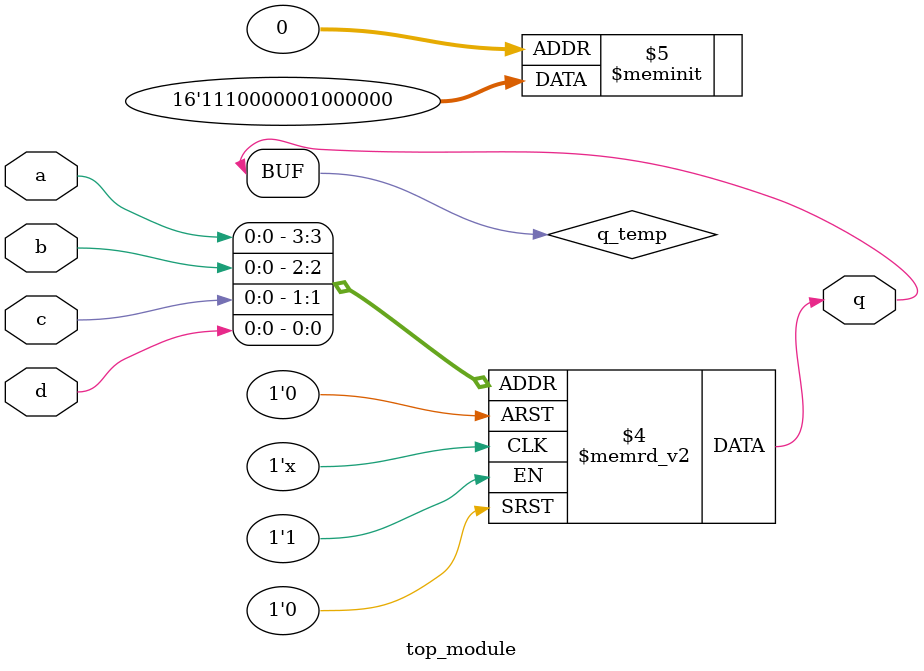
<source format=sv>
module top_module (
    input a,
    input b,
    input c,
    input d,
    output q
);

    reg q_temp;

    always @(*)
    begin
        case ({a, b, c, d})
            4'b0000: q_temp = 1'b0;
            4'b0001: q_temp = 1'b0;
            4'b0010: q_temp = 1'b0;
            4'b0011: q_temp = 1'b0;
            4'b0100: q_temp = 1'b0;
            4'b0101: q_temp = 1'b0;
            4'b0110: q_temp = 1'b1;
            4'b0111: q_temp = 1'b0;
            4'b1000: q_temp = 1'b0;
            4'b1001: q_temp = 1'b0;
            4'b1010: q_temp = 1'b0;
            4'b1011: q_temp = 1'b0;
            4'b1100: q_temp = 1'b0;
            4'b1101: q_temp = 1'b1;
            4'b1110: q_temp = 1'b1;
            4'b1111: q_temp = 1'b1;
        endcase
    end

    assign q = q_temp;

endmodule

</source>
